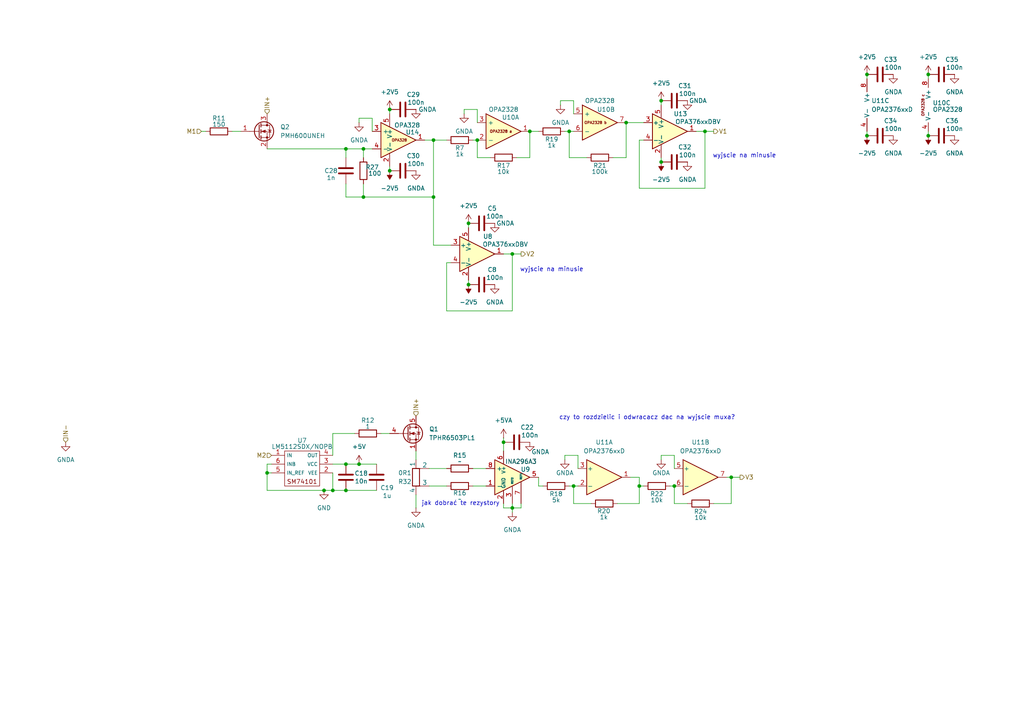
<source format=kicad_sch>
(kicad_sch (version 20231120) (generator "eeschema") (generator_version "8.0")
  (paper "A4")
  (lib_symbols
    (symbol "Amplifier_Operational:OPA2376xxD" (pin_names (offset 0.127))
      (property "Reference" "U" (at 0 5.08 0))
      (property "Value" "OPA2376xxD" (at 0 -5.08 0))
      (symbol "OPA2376xxD_1_1"
        (polyline (pts (xy -5.08 5.08) (xy 5.08 0) (xy -5.08 -5.08) (xy -5.08 5.08)) (stroke (width 0.254)) (fill (type background)))
        (pin output line (at 7.62 0 180) (length 2.54) (name "~") (number "1"))
        (pin input line (at -7.62 -2.54 0) (length 2.54) (name "-") (number "2"))
        (pin input line (at -7.62 2.54 0) (length 2.54) (name "+") (number "3"))
      )
      (symbol "OPA2376xxD_2_1"
        (polyline (pts (xy -5.08 5.08) (xy 5.08 0) (xy -5.08 -5.08) (xy -5.08 5.08)) (stroke (width 0.254)) (fill (type background)))
        (pin input line (at -7.62 2.54 0) (length 2.54) (name "+") (number "5"))
        (pin input line (at -7.62 -2.54 0) (length 2.54) (name "-") (number "6"))
        (pin output line (at 7.62 0 180) (length 2.54) (name "~") (number "7"))
      )
      (symbol "OPA2376xxD_3_1"
        (pin power_in line (at -2.54 -7.62 90) (length 3.81) (name "V-") (number "4"))
        (pin power_in line (at -2.54 7.62 270) (length 3.81) (name "V+") (number "8"))
      )
    )
    (symbol "Amplifier_Operational:OPA376xxDBV" (pin_names (offset 0.127))
      (property "Reference" "U" (at -1.27 6.35 0))
      (property "Value" "OPA376xxDBV" (at -1.27 3.81 0))
      (symbol "OPA376xxDBV_0_1"
        (polyline (pts (xy -5.08 5.08) (xy 5.08 0) (xy -5.08 -5.08) (xy -5.08 5.08)) (stroke (width 0.254)) (fill (type background)))
        (pin power_in line (at -2.54 -7.62 90) (length 3.81) (name "V-") (number "2"))
        (pin power_in line (at -2.54 7.62 270) (length 3.81) (name "V+") (number "5"))
      )
      (symbol "OPA376xxDBV_1_1"
        (pin output line (at 7.62 0 180) (length 2.54) (name "~") (number "1"))
        (pin input line (at -7.62 2.54 0) (length 2.54) (name "+") (number "3"))
        (pin input line (at -7.62 -2.54 0) (length 2.54) (name "-") (number "4"))
      )
    )
    (symbol "Device:C" (pin_numbers hide) (pin_names (offset 0.254))
      (property "Reference" "C" (at 0.635 2.54 0))
      (property "Value" "C" (at 0.635 -2.54 0))
      (symbol "C_0_1"
        (polyline (pts (xy -2.032 -0.762) (xy 2.032 -0.762)) (stroke (width 0.508)))
        (polyline (pts (xy -2.032 0.762) (xy 2.032 0.762)) (stroke (width 0.508)))
      )
      (symbol "C_1_1"
        (pin passive line (at 0 3.81 270) (length 2.794) (name "~") (number "1"))
        (pin passive line (at 0 -3.81 90) (length 2.794) (name "~") (number "2"))
      )
    )
    (symbol "Device:Q_NMOS_GSD" (pin_names (offset 0) hide)
      (property "Reference" "Q" (at 5.08 1.27 0))
      (property "Value" "Q_NMOS_GSD" (at 5.08 -1.27 0))
      (symbol "Q_NMOS_GSD_0_1"
        (polyline (pts (xy 0.254 0) (xy -2.54 0)))
        (polyline (pts (xy 0.254 1.905) (xy 0.254 -1.905)) (stroke (width 0.254)))
        (polyline (pts (xy 0.762 -1.27) (xy 0.762 -2.286)) (stroke (width 0.254)))
        (polyline (pts (xy 0.762 0.508) (xy 0.762 -0.508)) (stroke (width 0.254)))
        (polyline (pts (xy 0.762 2.286) (xy 0.762 1.27)) (stroke (width 0.254)))
        (polyline (pts (xy 2.54 2.54) (xy 2.54 1.778)))
        (polyline (pts (xy 2.54 -2.54) (xy 2.54 0) (xy 0.762 0)))
        (polyline (pts (xy 0.762 -1.778) (xy 3.302 -1.778) (xy 3.302 1.778) (xy 0.762 1.778)))
        (polyline (pts (xy 1.016 0) (xy 2.032 0.381) (xy 2.032 -0.381) (xy 1.016 0)) (fill (type outline)))
        (polyline (pts (xy 2.794 0.508) (xy 2.921 0.381) (xy 3.683 0.381) (xy 3.81 0.254)))
        (polyline (pts (xy 3.302 0.381) (xy 2.921 -0.254) (xy 3.683 -0.254) (xy 3.302 0.381)))
        (circle (center 1.651 0) (radius 2.794) (stroke (width 0.254)))
        (circle (center 2.54 -1.778) (radius 0.254) (fill (type outline)))
        (circle (center 2.54 1.778) (radius 0.254) (fill (type outline)))
      )
      (symbol "Q_NMOS_GSD_1_1"
        (pin input line (at -5.08 0 0) (length 2.54) (name "G") (number "1"))
        (pin passive line (at 2.54 -5.08 90) (length 2.54) (name "S") (number "2"))
        (pin passive line (at 2.54 5.08 270) (length 2.54) (name "D") (number "3"))
      )
    )
    (symbol "Device:R" (pin_numbers hide) (pin_names (offset 0))
      (property "Reference" "R" (at 2.032 0 90))
      (property "Value" "R" (at 0 0 90))
      (symbol "R_0_1"
        (rectangle (start -1.016 -2.54) (end 1.016 2.54) (stroke (width 0.254)))
      )
      (symbol "R_1_1"
        (pin passive line (at 0 3.81 270) (length 1.27) (name "~") (number "1"))
        (pin passive line (at 0 -3.81 90) (length 1.27) (name "~") (number "2"))
      )
    )
    (symbol "Device:R_Shunt" (pin_numbers hide) (pin_names (offset 0))
      (property "Reference" "R" (at -4.445 0 90))
      (property "Value" "R_Shunt" (at -2.54 0 90))
      (symbol "R_Shunt_0_1"
        (rectangle (start -1.016 -2.54) (end 1.016 2.54) (stroke (width 0.254)))
        (polyline (pts (xy 0 -2.54) (xy 1.27 -2.54)))
        (polyline (pts (xy 1.27 2.54) (xy 0 2.54)))
      )
      (symbol "R_Shunt_1_1"
        (pin passive line (at 0 5.08 270) (length 2.54) (name "1") (number "1"))
        (pin passive line (at 3.81 2.54 180) (length 2.54) (name "2") (number "2"))
        (pin passive line (at 3.81 -2.54 180) (length 2.54) (name "3") (number "3"))
        (pin passive line (at 0 -5.08 90) (length 2.54) (name "4") (number "4"))
      )
    )
    (symbol "Transistor_FET:BSC028N06LS3" (pin_names hide)
      (property "Reference" "Q" (at 5.08 1.905 0))
      (property "Value" "BSC028N06LS3" (at 5.08 0 0))
      (symbol "BSC028N06LS3_0_1"
        (polyline (pts (xy 0.254 0) (xy -2.54 0)))
        (polyline (pts (xy 0.254 1.905) (xy 0.254 -1.905)) (stroke (width 0.254)))
        (polyline (pts (xy 0.762 -1.27) (xy 0.762 -2.286)) (stroke (width 0.254)))
        (polyline (pts (xy 0.762 0.508) (xy 0.762 -0.508)) (stroke (width 0.254)))
        (polyline (pts (xy 0.762 2.286) (xy 0.762 1.27)) (stroke (width 0.254)))
        (polyline (pts (xy 2.54 2.54) (xy 2.54 1.778)))
        (polyline (pts (xy 2.54 -2.54) (xy 2.54 0) (xy 0.762 0)))
        (polyline (pts (xy 0.762 -1.778) (xy 3.302 -1.778) (xy 3.302 1.778) (xy 0.762 1.778)))
        (polyline (pts (xy 1.016 0) (xy 2.032 0.381) (xy 2.032 -0.381) (xy 1.016 0)) (fill (type outline)))
        (polyline (pts (xy 2.794 0.508) (xy 2.921 0.381) (xy 3.683 0.381) (xy 3.81 0.254)))
        (polyline (pts (xy 3.302 0.381) (xy 2.921 -0.254) (xy 3.683 -0.254) (xy 3.302 0.381)))
        (circle (center 1.651 0) (radius 2.794) (stroke (width 0.254)))
        (circle (center 2.54 -1.778) (radius 0.254) (fill (type outline)))
        (circle (center 2.54 1.778) (radius 0.254) (fill (type outline)))
      )
      (symbol "BSC028N06LS3_1_1"
        (pin passive line (at 2.54 -5.08 90) (length 2.54) (name "S") (number "1"))
        (pin passive line (at 2.54 -5.08 90) (length 2.54) hide (name "S") (number "2"))
        (pin passive line (at 2.54 -5.08 90) (length 2.54) hide (name "S") (number "3"))
        (pin passive line (at -5.08 0 0) (length 2.54) (name "G") (number "4"))
        (pin passive line (at 2.54 5.08 270) (length 2.54) (name "D") (number "5"))
      )
    )
    (symbol "power:+2V5" (power) (pin_numbers hide) (pin_names (offset 0) hide)
      (property "Value" "+2V5" (at 0 3.556 0))
      (symbol "+2V5_0_1"
        (polyline (pts (xy -0.762 1.27) (xy 0 2.54)))
        (polyline (pts (xy 0 0) (xy 0 2.54)))
        (polyline (pts (xy 0 2.54) (xy 0.762 1.27)))
      )
      (symbol "+2V5_1_1"
        (pin power_in line (at 0 0 90) (length 0) (name "~") (number "1"))
      )
    )
    (symbol "power:+5V" (power) (pin_numbers hide) (pin_names (offset 0) hide)
      (property "Value" "+5V" (at 0 3.556 0))
      (symbol "+5V_0_1"
        (polyline (pts (xy -0.762 1.27) (xy 0 2.54)))
        (polyline (pts (xy 0 0) (xy 0 2.54)))
        (polyline (pts (xy 0 2.54) (xy 0.762 1.27)))
      )
      (symbol "+5V_1_1"
        (pin power_in line (at 0 0 90) (length 0) (name "~") (number "1"))
      )
    )
    (symbol "power:+5VA" (power) (pin_numbers hide) (pin_names (offset 0) hide)
      (property "Value" "+5VA" (at 0 3.556 0))
      (symbol "+5VA_0_1"
        (polyline (pts (xy -0.762 1.27) (xy 0 2.54)))
        (polyline (pts (xy 0 0) (xy 0 2.54)))
        (polyline (pts (xy 0 2.54) (xy 0.762 1.27)))
      )
      (symbol "+5VA_1_1"
        (pin power_in line (at 0 0 90) (length 0) (name "~") (number "1"))
      )
    )
    (symbol "power:-2V5" (power) (pin_numbers hide) (pin_names (offset 0) hide)
      (property "Value" "-2V5" (at 0 3.556 0))
      (symbol "-2V5_0_0"
        (pin power_in line (at 0 0 90) (length 0) (name "~") (number "1"))
      )
      (symbol "-2V5_0_1"
        (polyline (pts (xy 0 0) (xy 0 1.27) (xy 0.762 1.27) (xy 0 2.54) (xy -0.762 1.27) (xy 0 1.27)) (fill (type outline)))
      )
    )
    (symbol "power:GND" (power) (pin_numbers hide) (pin_names (offset 0) hide)
      (property "Value" "GND" (at 0 -3.81 0))
      (symbol "GND_0_1"
        (polyline (pts (xy 0 0) (xy 0 -1.27) (xy 1.27 -1.27) (xy 0 -2.54) (xy -1.27 -1.27) (xy 0 -1.27)))
      )
      (symbol "GND_1_1"
        (pin power_in line (at 0 0 270) (length 0) (name "~") (number "1"))
      )
    )
    (symbol "power:GND1" (power) (pin_numbers hide) (pin_names (offset 0) hide)
      (property "Value" "GND1" (at 0 -3.81 0))
      (symbol "GND1_0_1"
        (polyline (pts (xy 0 0) (xy 0 -1.27) (xy 1.27 -1.27) (xy 0 -2.54) (xy -1.27 -1.27) (xy 0 -1.27)))
      )
      (symbol "GND1_1_1"
        (pin power_in line (at 0 0 270) (length 0) (name "~") (number "1"))
      )
    )
    (symbol "własna:INA296A3"
      (property "Reference" "U" (at 0 1.524 0))
      (symbol "INA296A3_0_1"
        (polyline (pts (xy 6.35 -5.08) (xy -3.81 0) (xy -3.81 -10.16) (xy 6.35 -5.08)) (stroke (width 0.254)) (fill (type background)))
      )
      (symbol "INA296A3_1_1"
        (text "INA296A3" (at 3.81 -0.508 0) (effects (font (size 1.27 1.27))))
        (pin input line (at -6.35 -7.62 0) (length 2.54) (name "-") (number "1"))
        (pin power_in line (at -1.27 -12.7 90) (length 3.81) (name "GND") (number "2"))
        (pin passive line (at 1.27 -12.7 90) (length 5.08) (name "REF2") (number "3"))
        (pin passive line (at -1.27 -12.7 90) (length 3.81) hide (name "GND") (number "4"))
        (pin output line (at 8.89 -5.08 180) (length 2.54) (name "~") (number "5"))
        (pin power_in line (at -1.27 2.54 270) (length 3.81) (name "V+") (number "6"))
        (pin passive line (at 3.81 -12.7 90) (length 6.35) (name "REF1") (number "7"))
        (pin input line (at -6.35 -2.54 0) (length 2.54) (name "+") (number "8"))
      )
    )
    (symbol "własna:OPA2328"
      (property "Reference" "U" (at 0 0 0))
      (symbol "OPA2328_1_1"
        (polyline (pts (xy -5.08 1.27) (xy 5.08 -3.81) (xy -5.08 -8.89) (xy -5.08 1.27)) (stroke (width 0.254)) (fill (type background)))
        (text "OPA2328 a" (at -0.762 -3.81 0) (effects (font (size 0.762 0.762))))
        (pin output line (at 7.62 -3.81 180) (length 2.54) (name "~") (number "1"))
        (pin input line (at -7.62 -6.35 0) (length 2.54) (name "-") (number "2"))
        (pin input line (at -7.62 -1.27 0) (length 2.54) (name "+") (number "3"))
      )
      (symbol "OPA2328_2_1"
        (polyline (pts (xy -5.08 1.27) (xy 5.08 -3.81) (xy -5.08 -8.89) (xy -5.08 1.27)) (stroke (width 0.254)) (fill (type background)))
        (text "OPA2328 b\n" (at -1.27 -3.81 0) (effects (font (size 0.762 0.762))))
        (pin input line (at -7.62 -1.27 0) (length 2.54) (name "+") (number "5"))
        (pin input line (at -7.62 -6.35 0) (length 2.54) (name "-") (number "6"))
        (pin output line (at 7.62 -3.81 180) (length 2.54) (name "~") (number "7"))
      )
      (symbol "OPA2328_3_1"
        (text "OPA2328 c\n" (at -1.524 0 900) (effects (font (size 0.762 0.762))))
        (pin power_in line (at 0 -7.62 90) (length 2.54) (name "V-") (number "4"))
        (pin power_in line (at 0 7.62 270) (length 2.54) (name "V+") (number "8"))
      )
    )
    (symbol "własna:OPA328"
      (property "Reference" "U" (at 0 -3.81 0))
      (symbol "OPA328_0_1"
        (polyline (pts (xy -5.08 -2.54) (xy 5.08 -7.62) (xy -5.08 -12.7) (xy -5.08 -2.54)) (stroke (width 0.254)) (fill (type background)))
      )
      (symbol "OPA328_1_1"
        (text "OPA328" (at 0.254 -7.62 0) (effects (font (size 0.762 0.762))))
        (pin output line (at 7.62 -7.62 180) (length 2.54) (name "~") (number "1"))
        (pin power_in line (at -2.54 -15.24 90) (length 3.81) (name "V-") (number "2"))
        (pin input line (at -7.62 -5.08 0) (length 2.54) (name "+") (number "3"))
        (pin input line (at -7.62 -10.16 0) (length 2.54) (name "-") (number "4"))
        (pin power_in line (at -2.54 0 270) (length 3.81) (name "V+") (number "5"))
      )
    )
    (symbol "własna:SM74101"
      (property "Reference" "U" (at 0 1.016 0))
      (symbol "SM74101_0_1"
        (rectangle (start -5.08 0) (end 5.08 -10.16))
      )
      (symbol "SM74101_1_1"
        (text "SM74101\n" (at 0 -8.89 0) (effects (font (size 1.27 1.27))))
        (pin input line (at -8.89 -1.27 0) (length 3.81) (name "IN") (number "1"))
        (pin power_in line (at 8.89 -6.35 180) (length 3.81) (name "VEE") (number "2"))
        (pin power_in line (at 8.89 -3.81 180) (length 3.81) (name "VCC") (number "3"))
        (pin output line (at 8.89 -1.27 180) (length 3.81) (name "OUT") (number "4"))
        (pin input line (at -8.89 -6.35 0) (length 3.81) (name "IN_REF") (number "5"))
        (pin input line (at -8.89 -3.81 0) (length 3.81) (name "INB") (number "6"))
      )
    )
  )
  (junction (at 135.89 64.77))
  (junction (at 191.77 46.99))
  (junction (at 113.03 49.53))
  (junction (at 166.37 140.97))
  (junction (at 104.14 134.62))
  (junction (at 125.73 40.64))
  (junction (at 204.47 38.1))
  (junction (at 113.03 31.75))
  (junction (at 96.52 142.24))
  (junction (at 269.24 21.59))
  (junction (at 153.67 38.1))
  (junction (at 148.59 147.32))
  (junction (at 146.05 128.27))
  (junction (at 100.33 43.18))
  (junction (at 93.98 142.24))
  (junction (at 165.1 38.1))
  (junction (at 181.61 35.56))
  (junction (at 77.47 137.16))
  (junction (at 105.41 57.15))
  (junction (at 251.46 39.37))
  (junction (at 212.09 138.43))
  (junction (at 100.33 134.62))
  (junction (at 251.46 21.59))
  (junction (at 138.43 40.64))
  (junction (at 269.24 39.37))
  (junction (at 195.58 140.97))
  (junction (at 135.89 82.55))
  (junction (at 105.41 43.18))
  (junction (at 100.33 142.24))
  (junction (at 125.73 57.15))
  (junction (at 185.42 140.97))
  (junction (at 191.77 29.21))
  (junction (at 148.59 73.66))
  (wire (pts (xy 130.81 76.2) (xy 129.54 76.2)))
  (wire (pts (xy 105.41 53.34) (xy 105.41 57.15)))
  (wire (pts (xy 100.33 43.18) (xy 105.41 43.18)))
  (wire (pts (xy 185.42 40.64) (xy 185.42 54.61)))
  (wire (pts (xy 100.33 53.34) (xy 100.33 57.15)))
  (wire (pts (xy 185.42 146.05) (xy 185.42 140.97)))
  (wire (pts (xy 134.62 31.75) (xy 138.43 31.75)))
  (wire (pts (xy 162.56 29.21) (xy 162.56 30.48)))
  (wire (pts (xy 163.83 38.1) (xy 165.1 38.1)))
  (wire (pts (xy 77.47 137.16) (xy 78.74 137.16)))
  (wire (pts (xy 129.54 76.2) (xy 129.54 90.17)))
  (wire (pts (xy 96.52 134.62) (xy 100.33 134.62)))
  (wire (pts (xy 151.13 147.32) (xy 148.59 147.32)))
  (wire (pts (xy 191.77 46.99) (xy 191.77 45.72)))
  (wire (pts (xy 113.03 49.53) (xy 113.03 48.26)))
  (wire (pts (xy 185.42 140.97) (xy 185.42 138.43)))
  (wire (pts (xy 110.49 125.73) (xy 113.03 125.73)))
  (wire (pts (xy 124.46 135.89) (xy 129.54 135.89)))
  (wire (pts (xy 105.41 57.15) (xy 125.73 57.15)))
  (wire (pts (xy 77.47 134.62) (xy 78.74 134.62)))
  (wire (pts (xy 146.05 146.05) (xy 146.05 147.32)))
  (wire (pts (xy 120.65 130.81) (xy 120.65 133.35)))
  (wire (pts (xy 157.48 140.97) (xy 156.21 140.97)))
  (wire (pts (xy 181.61 35.56) (xy 181.61 45.72)))
  (wire (pts (xy 104.14 134.62) (xy 109.22 134.62)))
  (wire (pts (xy 135.89 64.77) (xy 135.89 66.04)))
  (wire (pts (xy 107.95 34.29) (xy 107.95 38.1)))
  (wire (pts (xy 191.77 132.08) (xy 191.77 133.35)))
  (wire (pts (xy 195.58 140.97) (xy 195.58 146.05)))
  (wire (pts (xy 93.98 142.24) (xy 77.47 142.24)))
  (wire (pts (xy 138.43 45.72) (xy 138.43 40.64)))
  (wire (pts (xy 167.64 140.97) (xy 166.37 140.97)))
  (wire (pts (xy 194.31 140.97) (xy 195.58 140.97)))
  (wire (pts (xy 120.65 147.32) (xy 120.65 143.51)))
  (wire (pts (xy 107.95 43.18) (xy 105.41 43.18)))
  (wire (pts (xy 191.77 132.08) (xy 195.58 132.08)))
  (wire (pts (xy 96.52 142.24) (xy 100.33 142.24)))
  (wire (pts (xy 104.14 34.29) (xy 104.14 35.56)))
  (wire (pts (xy 125.73 71.12) (xy 130.81 71.12)))
  (wire (pts (xy 142.24 45.72) (xy 138.43 45.72)))
  (wire (pts (xy 135.89 82.55) (xy 135.89 81.28)))
  (wire (pts (xy 212.09 138.43) (xy 214.63 138.43)))
  (wire (pts (xy 162.56 29.21) (xy 166.37 29.21)))
  (wire (pts (xy 140.97 135.89) (xy 137.16 135.89)))
  (wire (pts (xy 100.33 142.24) (xy 109.22 142.24)))
  (wire (pts (xy 186.69 140.97) (xy 185.42 140.97)))
  (wire (pts (xy 148.59 146.05) (xy 148.59 147.32)))
  (wire (pts (xy 191.77 29.21) (xy 191.77 30.48)))
  (wire (pts (xy 251.46 39.37) (xy 251.46 38.1)))
  (wire (pts (xy 146.05 147.32) (xy 148.59 147.32)))
  (wire (pts (xy 129.54 90.17) (xy 148.59 90.17)))
  (wire (pts (xy 153.67 38.1) (xy 156.21 38.1)))
  (wire (pts (xy 185.42 54.61) (xy 204.47 54.61)))
  (wire (pts (xy 96.52 137.16) (xy 96.52 142.24)))
  (wire (pts (xy 105.41 43.18) (xy 105.41 45.72)))
  (wire (pts (xy 100.33 57.15) (xy 105.41 57.15)))
  (wire (pts (xy 195.58 146.05) (xy 199.39 146.05)))
  (wire (pts (xy 77.47 137.16) (xy 77.47 134.62)))
  (wire (pts (xy 204.47 54.61) (xy 204.47 38.1)))
  (wire (pts (xy 195.58 132.08) (xy 195.58 135.89)))
  (wire (pts (xy 148.59 73.66) (xy 151.13 73.66)))
  (wire (pts (xy 166.37 29.21) (xy 166.37 33.02)))
  (wire (pts (xy 166.37 140.97) (xy 165.1 140.97)))
  (wire (pts (xy 269.24 21.59) (xy 269.24 22.86)))
  (wire (pts (xy 156.21 140.97) (xy 156.21 138.43)))
  (wire (pts (xy 269.24 39.37) (xy 269.24 38.1)))
  (wire (pts (xy 134.62 31.75) (xy 134.62 33.02)))
  (wire (pts (xy 138.43 31.75) (xy 138.43 35.56)))
  (wire (pts (xy 113.03 31.75) (xy 113.03 33.02)))
  (wire (pts (xy 67.31 38.1) (xy 69.85 38.1)))
  (wire (pts (xy 137.16 40.64) (xy 138.43 40.64)))
  (wire (pts (xy 167.64 135.89) (xy 167.64 132.08)))
  (wire (pts (xy 165.1 38.1) (xy 166.37 38.1)))
  (wire (pts (xy 204.47 38.1) (xy 207.01 38.1)))
  (wire (pts (xy 100.33 43.18) (xy 100.33 45.72)))
  (wire (pts (xy 186.69 40.64) (xy 185.42 40.64)))
  (wire (pts (xy 165.1 45.72) (xy 170.18 45.72)))
  (wire (pts (xy 204.47 38.1) (xy 201.93 38.1)))
  (wire (pts (xy 77.47 43.18) (xy 100.33 43.18)))
  (wire (pts (xy 181.61 35.56) (xy 186.69 35.56)))
  (wire (pts (xy 185.42 138.43) (xy 182.88 138.43)))
  (wire (pts (xy 148.59 73.66) (xy 146.05 73.66)))
  (wire (pts (xy 96.52 125.73) (xy 102.87 125.73)))
  (wire (pts (xy 96.52 132.08) (xy 96.52 125.73)))
  (wire (pts (xy 171.45 146.05) (xy 166.37 146.05)))
  (wire (pts (xy 251.46 21.59) (xy 251.46 22.86)))
  (wire (pts (xy 77.47 142.24) (xy 77.47 137.16)))
  (wire (pts (xy 104.14 34.29) (xy 107.95 34.29)))
  (wire (pts (xy 153.67 45.72) (xy 149.86 45.72)))
  (wire (pts (xy 58.42 38.1) (xy 59.69 38.1)))
  (wire (pts (xy 166.37 140.97) (xy 166.37 146.05)))
  (wire (pts (xy 177.8 45.72) (xy 181.61 45.72)))
  (wire (pts (xy 93.98 142.24) (xy 96.52 142.24)))
  (wire (pts (xy 100.33 134.62) (xy 104.14 134.62)))
  (wire (pts (xy 124.46 140.97) (xy 129.54 140.97)))
  (wire (pts (xy 207.01 146.05) (xy 212.09 146.05)))
  (wire (pts (xy 125.73 40.64) (xy 129.54 40.64)))
  (wire (pts (xy 167.64 132.08) (xy 163.83 132.08)))
  (wire (pts (xy 125.73 40.64) (xy 123.19 40.64)))
  (wire (pts (xy 212.09 146.05) (xy 212.09 138.43)))
  (wire (pts (xy 210.82 138.43) (xy 212.09 138.43)))
  (wire (pts (xy 140.97 140.97) (xy 137.16 140.97)))
  (wire (pts (xy 165.1 38.1) (xy 165.1 45.72)))
  (wire (pts (xy 125.73 57.15) (xy 125.73 40.64)))
  (wire (pts (xy 151.13 146.05) (xy 151.13 147.32)))
  (wire (pts (xy 148.59 147.32) (xy 148.59 148.59)))
  (wire (pts (xy 179.07 146.05) (xy 185.42 146.05)))
  (wire (pts (xy 146.05 127) (xy 146.05 128.27)))
  (wire (pts (xy 146.05 128.27) (xy 146.05 130.81)))
  (wire (pts (xy 153.67 38.1) (xy 153.67 45.72)))
  (wire (pts (xy 125.73 57.15) (xy 125.73 71.12)))
  (wire (pts (xy 163.83 132.08) (xy 163.83 133.35)))
  (wire (pts (xy 148.59 90.17) (xy 148.59 73.66)))
  (text "czy to rozdzielic i odwracacz dac na wyjscie muxa?\n" (at 187.706 121.158 0) (effects (font (size 1.27 1.27))))
  (text "jak dobrać te rezystory" (at 133.604 146.05 0) (effects (font (size 1.27 1.27))))
  (text "wyjscie na minusie" (at 160.02 78.232 0) (effects (font (size 1.27 1.27))))
  (text "wyjscie na minusie" (at 215.9 45.212 0) (effects (font (size 1.27 1.27))))
  (hierarchical_label "IN-" (shape input) (at 19.05 128.27 90))
  (hierarchical_label "M1" (shape input) (at 58.42 38.1 180))
  (hierarchical_label "V2" (shape output) (at 151.13 73.66 0))
  (hierarchical_label "IN+" (shape input) (at 77.47 33.02 90))
  (hierarchical_label "V1" (shape output) (at 207.01 38.1 0))
  (hierarchical_label "IN+" (shape input) (at 120.65 120.65 90))
  (hierarchical_label "M2" (shape input) (at 78.74 132.08 180))
  (hierarchical_label "V3" (shape output) (at 214.63 138.43 0))
  (symbol (lib_id "power:GND1") (at 143.51 82.55 0) (unit 1)
    (property "Reference" "#PWR046" (effects (hide yes)))
    (property "Value" "GNDA" (at 143.51 87.63 0))
    (property "Description" "Power symbol creates a global label with name \"GND1\" , ground" (effects (hide yes)))
  )
  (symbol (lib_id "Device:R") (at 63.5 38.1 270) (unit 1)
    (property "Reference" "R11" (at 63.5 34.29 90))
    (property "Value" "150" (at 63.5 36.068 90))
    (property "Footprint" "Resistor_SMD:R_0805_2012Metric_Pad1.20x1.40mm_HandSolder" (effects (hide yes)))
    (property "Description" "Resistor" (effects (hide yes)))
  )
  (symbol (lib_id "własna:OPA2328") (at 146.05 34.29 0) (unit 1)
    (property "Reference" "U10" (at 148.082 34.036 0))
    (property "Value" "OPA2328" (at 146.05 31.75 0))
    (property "Footprint" "Package_SO:VSSOP-8_3.0x3.0mm_P0.65mm" (effects (hide yes)))
  )
  (symbol (lib_id "power:-2V5") (at 135.89 82.55 180) (unit 1)
    (property "Reference" "#PWR035" (effects (hide yes)))
    (property "Value" "-2V5" (at 135.89 87.63 0))
    (property "Description" "Power symbol creates a global label with name \"-2V5\"" (effects (hide yes)))
  )
  (symbol (lib_id "power:GND1") (at 199.39 29.21 0) (unit 1)
    (property "Reference" "#PWR060" (effects (hide yes)))
    (property "Value" "GNDA" (at 202.438 29.21 0))
    (property "Description" "Power symbol creates a global label with name \"GND1\" , ground" (effects (hide yes)))
  )
  (symbol (lib_id "własna:INA296A3") (at 147.32 133.35 0) (unit 1)
    (property "Reference" "U9" (at 152.4 136.144 0))
    (property "Value" "INA296A3" (at 151.13 133.858 0))
    (property "Footprint" "Package_SO:SOIC-8_3.9x4.9mm_P1.27mm" (effects (hide yes)))
  )
  (symbol (lib_id "power:GND") (at 93.98 142.24 0) (unit 1)
    (property "Reference" "#PWR031" (effects (hide yes)))
    (property "Value" "GND" (at 93.98 147.32 0))
    (property "Description" "Power symbol creates a global label with name \"GND\" , ground" (effects (hide yes)))
  )
  (symbol (lib_id "power:GND1") (at 259.08 39.37 0) (unit 1)
    (property "Reference" "#PWR065" (effects (hide yes)))
    (property "Value" "GNDA" (at 259.08 44.45 0))
    (property "Description" "Power symbol creates a global label with name \"GND1\" , ground" (effects (hide yes)))
  )
  (symbol (lib_id "własna:SM74101") (at 87.63 130.81 0) (unit 1)
    (property "Reference" "U7" (at 87.63 127.762 0))
    (property "Value" "LM5112SDX/NOPB" (at 87.63 129.54 0))
    (property "Footprint" "Library:WSON" (effects (hide yes)))
  )
  (symbol (lib_id "Device:C") (at 195.58 46.99 90) (unit 1)
    (property "Reference" "C32" (at 198.628 42.672 90))
    (property "Value" "100n" (at 199.39 44.958 90))
    (property "Footprint" "Capacitor_SMD:C_0805_2012Metric_Pad1.18x1.45mm_HandSolder" (effects (hide yes)))
    (property "Description" "Unpolarized capacitor" (effects (hide yes)))
  )
  (symbol (lib_id "power:GND1") (at 19.05 128.27 0) (unit 1)
    (property "Reference" "#PWR043" (effects (hide yes)))
    (property "Value" "GNDA" (at 19.05 133.35 0))
    (property "Description" "Power symbol creates a global label with name \"GND1\" , ground" (effects (hide yes)))
  )
  (symbol (lib_id "power:-2V5") (at 113.03 49.53 180) (unit 1)
    (property "Reference" "#PWR055" (effects (hide yes)))
    (property "Value" "-2V5" (at 113.03 54.61 0))
    (property "Description" "Power symbol creates a global label with name \"-2V5\"" (effects (hide yes)))
  )
  (symbol (lib_id "Transistor_FET:BSC028N06LS3") (at 118.11 125.73 0) (unit 1)
    (property "Reference" "Q1" (at 124.46 124.4599 0) (effects (justify left)))
    (property "Value" "TPHR6503PL1" (at 124.46 126.9999 0) (effects (justify left)))
    (property "Footprint" "Package_TO_SOT_SMD:TDSON-8-1" (effects (hide yes)))
  )
  (symbol (lib_id "power:+2V5") (at 269.24 21.59 0) (unit 1)
    (property "Reference" "#PWR066" (effects (hide yes)))
    (property "Value" "+2V5" (at 269.24 16.51 0))
    (property "Description" "Power symbol creates a global label with name \"+2V5\"" (effects (hide yes)))
  )
  (symbol (lib_id "Device:C") (at 100.33 49.53 180) (unit 1)
    (property "Reference" "C28" (at 96.012 49.53 0))
    (property "Value" "1n" (at 96.012 51.562 0))
    (property "Footprint" "Capacitor_SMD:C_0805_2012Metric_Pad1.18x1.45mm_HandSolder" (effects (hide yes)))
    (property "Description" "Unpolarized capacitor" (effects (hide yes)))
  )
  (symbol (lib_id "Amplifier_Operational:OPA2376xxD") (at 203.2 138.43 0) (unit 2)
    (property "Reference" "U11" (at 203.2 128.27 0))
    (property "Value" "OPA2376xxD" (at 203.2 130.81 0))
    (property "Footprint" "Package_SO:SOIC-8_3.9x4.9mm_P1.27mm" (effects (hide yes)))
    (property "Datasheet" "http://www.ti.com/lit/ds/symlink/opa376.pdf" (effects (hide yes)))
    (property "Description" "Dual Low-Noise, Low Quiescent Current, Precision Operational Amplifier e-trim Series, SOIC-8" (effects (hide yes)))
  )
  (symbol (lib_id "Device:R") (at 203.2 146.05 90) (unit 1)
    (property "Reference" "R24" (at 203.2 148.336 90))
    (property "Value" "10k" (at 203.2 150.114 90))
    (property "Footprint" "Resistor_SMD:R_0805_2012Metric_Pad1.20x1.40mm_HandSolder" (effects (hide yes)))
    (property "Description" "Resistor" (effects (hide yes)))
  )
  (symbol (lib_id "power:+5VA") (at 146.05 127 0) (unit 1)
    (property "Reference" "#PWR038" (effects (hide yes)))
    (property "Value" "+5VA" (at 146.05 121.92 0))
    (property "Description" "Power symbol creates a global label with name \"+5VA\"" (effects (hide yes)))
  )
  (symbol (lib_id "power:-2V5") (at 269.24 39.37 180) (unit 1)
    (property "Reference" "#PWR067" (effects (hide yes)))
    (property "Value" "-2V5" (at 269.24 44.45 0))
    (property "Description" "Power symbol creates a global label with name \"-2V5\"" (effects (hide yes)))
  )
  (symbol (lib_id "power:GND1") (at 120.65 147.32 0) (unit 1)
    (property "Reference" "#PWR030" (effects (hide yes)))
    (property "Value" "GNDA" (at 120.65 152.4 0))
    (property "Description" "Power symbol creates a global label with name \"GND1\" , ground" (effects (hide yes)))
  )
  (symbol (lib_id "power:GND1") (at 120.65 49.53 0) (unit 1)
    (property "Reference" "#PWR057" (effects (hide yes)))
    (property "Value" "GNDA" (at 120.65 54.61 0))
    (property "Description" "Power symbol creates a global label with name \"GND1\" , ground" (effects (hide yes)))
  )
  (symbol (lib_id "Device:C") (at 195.58 29.21 90) (unit 1)
    (property "Reference" "C31" (at 198.628 24.892 90))
    (property "Value" "100n" (at 199.39 27.178 90))
    (property "Footprint" "Capacitor_SMD:C_0805_2012Metric_Pad1.18x1.45mm_HandSolder" (effects (hide yes)))
    (property "Description" "Unpolarized capacitor" (effects (hide yes)))
  )
  (symbol (lib_id "power:GND1") (at 134.62 33.02 0) (unit 1)
    (property "Reference" "#PWR036" (effects (hide yes)))
    (property "Value" "GNDA" (at 134.62 38.1 0))
    (property "Description" "Power symbol creates a global label with name \"GND1\" , ground" (effects (hide yes)))
  )
  (symbol (lib_id "Device:R") (at 106.68 125.73 270) (unit 1)
    (property "Reference" "R12" (at 106.68 121.92 90))
    (property "Value" "1" (at 106.68 123.698 90))
    (property "Footprint" "Resistor_SMD:R_0805_2012Metric_Pad1.20x1.40mm_HandSolder" (effects (hide yes)))
    (property "Description" "Resistor" (effects (hide yes)))
  )
  (symbol (lib_id "Device:R") (at 190.5 140.97 90) (unit 1)
    (property "Reference" "R22" (at 190.5 143.256 90))
    (property "Value" "10k" (at 190.5 145.034 90))
    (property "Footprint" "Resistor_SMD:R_0805_2012Metric_Pad1.20x1.40mm_HandSolder" (effects (hide yes)))
    (property "Description" "Resistor" (effects (hide yes)))
  )
  (symbol (lib_id "Device:R") (at 133.35 140.97 90) (unit 1)
    (property "Reference" "R16" (at 133.35 143.002 90))
    (property "Value" "~" (at 133.35 144.78 90))
    (property "Footprint" "Resistor_SMD:R_0805_2012Metric_Pad1.20x1.40mm_HandSolder" (effects (hide yes)))
    (property "Description" "Resistor" (effects (hide yes)))
  )
  (symbol (lib_id "Device:R") (at 175.26 146.05 270) (mirror x) (unit 1)
    (property "Reference" "R20" (at 175.133 148.209 90))
    (property "Value" "1k" (at 175.133 149.987 90))
    (property "Footprint" "Resistor_SMD:R_0805_2012Metric_Pad1.20x1.40mm_HandSolder" (effects (hide yes)))
    (property "Description" "Resistor" (effects (hide yes)))
  )
  (symbol (lib_id "Device:R") (at 133.35 40.64 90) (unit 1)
    (property "Reference" "R7" (at 133.35 42.926 90))
    (property "Value" "1k" (at 133.35 44.704 90))
    (property "Footprint" "Resistor_SMD:R_0805_2012Metric_Pad1.20x1.40mm_HandSolder" (effects (hide yes)))
    (property "Description" "Resistor" (effects (hide yes)))
  )
  (symbol (lib_id "Device:C") (at 139.7 64.77 90) (unit 1)
    (property "Reference" "C5" (at 142.748 60.452 90))
    (property "Value" "100n" (at 143.51 62.738 90))
    (property "Footprint" "Capacitor_SMD:C_0805_2012Metric_Pad1.18x1.45mm_HandSolder" (effects (hide yes)))
    (property "Description" "Unpolarized capacitor" (effects (hide yes)))
  )
  (symbol (lib_id "Device:R") (at 133.35 135.89 270) (unit 1)
    (property "Reference" "R15" (at 133.35 132.08 90))
    (property "Value" "~" (at 133.35 133.858 90))
    (property "Footprint" "Resistor_SMD:R_0805_2012Metric_Pad1.20x1.40mm_HandSolder" (effects (hide yes)))
    (property "Description" "Resistor" (effects (hide yes)))
  )
  (symbol (lib_id "power:+2V5") (at 191.77 29.21 0) (unit 1)
    (property "Reference" "#PWR058" (effects (hide yes)))
    (property "Value" "+2V5" (at 191.77 24.13 0))
    (property "Description" "Power symbol creates a global label with name \"+2V5\"" (effects (hide yes)))
  )
  (symbol (lib_id "power:GND1") (at 148.59 148.59 0) (unit 1)
    (property "Reference" "#PWR040" (effects (hide yes)))
    (property "Value" "GNDA" (at 148.59 153.67 0))
    (property "Description" "Power symbol creates a global label with name \"GND1\" , ground" (effects (hide yes)))
  )
  (symbol (lib_id "Device:C") (at 139.7 82.55 90) (unit 1)
    (property "Reference" "C8" (at 142.748 78.232 90))
    (property "Value" "100n" (at 143.51 80.518 90))
    (property "Footprint" "Capacitor_SMD:C_0805_2012Metric_Pad1.18x1.45mm_HandSolder" (effects (hide yes)))
    (property "Description" "Unpolarized capacitor" (effects (hide yes)))
  )
  (symbol (lib_id "power:+2V5") (at 135.89 64.77 0) (unit 1)
    (property "Reference" "#PWR034" (effects (hide yes)))
    (property "Value" "+2V5" (at 135.89 59.69 0))
    (property "Description" "Power symbol creates a global label with name \"+2V5\"" (effects (hide yes)))
  )
  (symbol (lib_id "power:GND1") (at 163.83 133.35 0) (unit 1)
    (property "Reference" "#PWR042" (effects (hide yes)))
    (property "Value" "GNDA" (at 163.83 137.16 0))
    (property "Description" "Power symbol creates a global label with name \"GND1\" , ground" (effects (hide yes)))
  )
  (symbol (lib_id "Device:C") (at 255.27 39.37 90) (unit 1)
    (property "Reference" "C34" (at 258.318 35.052 90))
    (property "Value" "100n" (at 259.08 37.338 90))
    (property "Footprint" "Capacitor_SMD:C_0805_2012Metric_Pad1.18x1.45mm_HandSolder" (effects (hide yes)))
    (property "Description" "Unpolarized capacitor" (effects (hide yes)))
  )
  (symbol (lib_id "Amplifier_Operational:OPA2376xxD") (at 175.26 138.43 0) (unit 1)
    (property "Reference" "U11" (at 175.26 128.27 0))
    (property "Value" "OPA2376xxD" (at 175.26 130.81 0))
    (property "Footprint" "Package_SO:SOIC-8_3.9x4.9mm_P1.27mm" (effects (hide yes)))
    (property "Datasheet" "http://www.ti.com/lit/ds/symlink/opa376.pdf" (effects (hide yes)))
    (property "Description" "Dual Low-Noise, Low Quiescent Current, Precision Operational Amplifier e-trim Series, SOIC-8" (effects (hide yes)))
  )
  (symbol (lib_id "Device:R") (at 173.99 45.72 90) (unit 1)
    (property "Reference" "R21" (at 173.99 48.006 90))
    (property "Value" "100k" (at 173.99 49.784 90))
    (property "Footprint" "Resistor_SMD:R_0805_2012Metric_Pad1.20x1.40mm_HandSolder" (effects (hide yes)))
    (property "Description" "Resistor" (effects (hide yes)))
  )
  (symbol (lib_id "power:GND1") (at 191.77 133.35 0) (unit 1)
    (property "Reference" "#PWR044" (effects (hide yes)))
    (property "Value" "GNDA" (at 191.77 137.16 0))
    (property "Description" "Power symbol creates a global label with name \"GND1\" , ground" (effects (hide yes)))
  )
  (symbol (lib_id "power:+2V5") (at 113.03 31.75 0) (unit 1)
    (property "Reference" "#PWR054" (effects (hide yes)))
    (property "Value" "+2V5" (at 113.03 26.67 0))
    (property "Description" "Power symbol creates a global label with name \"+2V5\"" (effects (hide yes)))
  )
  (symbol (lib_id "Amplifier_Operational:OPA376xxDBV") (at 194.31 38.1 0) (unit 1)
    (property "Reference" "U13" (at 197.358 33.02 0))
    (property "Value" "OPA376xxDBV" (at 202.438 35.306 0))
    (property "Footprint" "Package_TO_SOT_SMD:SOT-23-5" (effects (hide yes)))
    (property "Datasheet" "http://www.ti.com/lit/ds/symlink/opa376.pdf" (effects (hide yes)))
    (property "Description" "Single Low-Noise, Low Quiescent Current, Precision Operational Amplifier e-trim Series, SOT-23-5" (effects (hide yes)))
  )
  (symbol (lib_id "power:GND1") (at 120.65 31.75 0) (unit 1)
    (property "Reference" "#PWR056" (effects (hide yes)))
    (property "Value" "GNDA" (at 123.952 31.75 0))
    (property "Description" "Power symbol creates a global label with name \"GND1\" , ground" (effects (hide yes)))
  )
  (symbol (lib_id "power:+5V") (at 104.14 134.62 0) (unit 1)
    (property "Reference" "#PWR033" (effects (hide yes)))
    (property "Value" "+5V" (at 104.14 129.54 0))
    (property "Description" "Power symbol creates a global label with name \"+5V\"" (effects (hide yes)))
  )
  (symbol (lib_id "Device:C") (at 116.84 49.53 90) (unit 1)
    (property "Reference" "C30" (at 119.888 45.212 90))
    (property "Value" "100n" (at 120.65 47.498 90))
    (property "Footprint" "Capacitor_SMD:C_0805_2012Metric_Pad1.18x1.45mm_HandSolder" (effects (hide yes)))
    (property "Description" "Unpolarized capacitor" (effects (hide yes)))
  )
  (symbol (lib_id "własna:OPA328") (at 115.57 33.02 0) (unit 1)
    (property "Reference" "U14" (at 119.634 38.354 0))
    (property "Value" "OPA328" (at 118.11 36.322 0))
    (property "Footprint" "Package_TO_SOT_SMD:SOT-23-5_HandSoldering" (effects (hide yes)))
  )
  (symbol (lib_id "Device:C") (at 255.27 21.59 90) (unit 1)
    (property "Reference" "C33" (at 258.318 17.272 90))
    (property "Value" "100n" (at 259.08 19.558 90))
    (property "Footprint" "Capacitor_SMD:C_0805_2012Metric_Pad1.18x1.45mm_HandSolder" (effects (hide yes)))
    (property "Description" "Unpolarized capacitor" (effects (hide yes)))
  )
  (symbol (lib_id "power:GND1") (at 162.56 30.48 0) (unit 1)
    (property "Reference" "#PWR039" (effects (hide yes)))
    (property "Value" "GNDA" (at 162.56 35.56 0))
    (property "Description" "Power symbol creates a global label with name \"GND1\" , ground" (effects (hide yes)))
  )
  (symbol (lib_id "Device:C") (at 109.22 138.43 0) (unit 1)
    (property "Reference" "C19" (at 112.268 141.478 0))
    (property "Value" "1u" (at 112.268 143.764 0))
    (property "Footprint" "Capacitor_SMD:C_0805_2012Metric_Pad1.18x1.45mm_HandSolder" (effects (hide yes)))
    (property "Description" "Unpolarized capacitor" (effects (hide yes)))
  )
  (symbol (lib_id "power:GND1") (at 199.39 46.99 0) (unit 1)
    (property "Reference" "#PWR061" (effects (hide yes)))
    (property "Value" "GNDA" (at 199.39 52.07 0))
    (property "Description" "Power symbol creates a global label with name \"GND1\" , ground" (effects (hide yes)))
  )
  (symbol (lib_id "Device:Q_NMOS_GSD") (at 74.93 38.1 0) (unit 1)
    (property "Reference" "Q2" (at 81.28 36.8299 0) (effects (justify left)))
    (property "Value" "PMH600UNEH" (at 81.28 39.3699 0) (effects (justify left)))
    (property "Footprint" "Library:DFN606-3" (effects (hide yes)))
    (property "Description" "N-MOSFET transistor, gate/source/drain" (effects (hide yes)))
  )
  (symbol (lib_id "power:-2V5") (at 251.46 39.37 180) (unit 1)
    (property "Reference" "#PWR063" (effects (hide yes)))
    (property "Value" "-2V5" (at 251.46 44.45 0))
    (property "Description" "Power symbol creates a global label with name \"-2V5\"" (effects (hide yes)))
  )
  (symbol (lib_id "Device:C") (at 273.05 21.59 90) (unit 1)
    (property "Reference" "C35" (at 276.098 17.272 90))
    (property "Value" "100n" (at 276.86 19.558 90))
    (property "Footprint" "Capacitor_SMD:C_0805_2012Metric_Pad1.18x1.45mm_HandSolder" (effects (hide yes)))
    (property "Description" "Unpolarized capacitor" (effects (hide yes)))
  )
  (symbol (lib_id "Device:C") (at 273.05 39.37 90) (unit 1)
    (property "Reference" "C36" (at 276.098 35.052 90))
    (property "Value" "100n" (at 276.86 37.338 90))
    (property "Footprint" "Capacitor_SMD:C_0805_2012Metric_Pad1.18x1.45mm_HandSolder" (effects (hide yes)))
    (property "Description" "Unpolarized capacitor" (effects (hide yes)))
  )
  (symbol (lib_id "Device:C") (at 149.86 128.27 90) (unit 1)
    (property "Reference" "C22" (at 152.908 123.952 90))
    (property "Value" "100n" (at 153.67 126.238 90))
    (property "Footprint" "Capacitor_SMD:C_0805_2012Metric_Pad1.18x1.45mm_HandSolder" (effects (hide yes)))
    (property "Description" "Unpolarized capacitor" (effects (hide yes)))
  )
  (symbol (lib_id "power:+2V5") (at 251.46 21.59 0) (unit 1)
    (property "Reference" "#PWR062" (effects (hide yes)))
    (property "Value" "+2V5" (at 251.46 16.51 0))
    (property "Description" "Power symbol creates a global label with name \"+2V5\"" (effects (hide yes)))
  )
  (symbol (lib_id "Device:R") (at 161.29 140.97 90) (unit 1)
    (property "Reference" "R18" (at 161.29 143.256 90))
    (property "Value" "5k" (at 161.29 145.034 90))
    (property "Footprint" "Resistor_SMD:R_0805_2012Metric_Pad1.20x1.40mm_HandSolder" (effects (hide yes)))
    (property "Description" "Resistor" (effects (hide yes)))
  )
  (symbol (lib_id "power:GND1") (at 153.67 128.27 0) (unit 1)
    (property "Reference" "#PWR041" (effects (hide yes)))
    (property "Value" "GNDA" (at 156.718 131.064 0))
    (property "Description" "Power symbol creates a global label with name \"GND1\" , ground" (effects (hide yes)))
  )
  (symbol (lib_id "power:GND1") (at 143.51 64.77 0) (unit 1)
    (property "Reference" "#PWR045" (effects (hide yes)))
    (property "Value" "GNDA" (at 146.558 64.77 0))
    (property "Description" "Power symbol creates a global label with name \"GND1\" , ground" (effects (hide yes)))
  )
  (symbol (lib_id "Device:R") (at 160.02 38.1 90) (unit 1)
    (property "Reference" "R19" (at 160.02 40.386 90))
    (property "Value" "1k" (at 160.02 42.164 90))
    (property "Footprint" "Resistor_SMD:R_0805_2012Metric_Pad1.20x1.40mm_HandSolder" (effects (hide yes)))
    (property "Description" "Resistor" (effects (hide yes)))
  )
  (symbol (lib_id "power:GND1") (at 276.86 21.59 0) (unit 1)
    (property "Reference" "#PWR068" (effects (hide yes)))
    (property "Value" "GNDA" (at 276.86 26.67 0))
    (property "Description" "Power symbol creates a global label with name \"GND1\" , ground" (effects (hide yes)))
  )
  (symbol (lib_id "Device:C") (at 116.84 31.75 90) (unit 1)
    (property "Reference" "C29" (at 119.888 27.432 90))
    (property "Value" "100n" (at 120.65 29.718 90))
    (property "Footprint" "Capacitor_SMD:C_0805_2012Metric_Pad1.18x1.45mm_HandSolder" (effects (hide yes)))
    (property "Description" "Unpolarized capacitor" (effects (hide yes)))
  )
  (symbol (lib_id "power:GND1") (at 276.86 39.37 0) (unit 1)
    (property "Reference" "#PWR069" (effects (hide yes)))
    (property "Value" "GNDA" (at 276.86 44.45 0))
    (property "Description" "Power symbol creates a global label with name \"GND1\" , ground" (effects (hide yes)))
  )
  (symbol (lib_id "własna:OPA2328") (at 269.24 30.48 0) (unit 3)
    (property "Reference" "U10" (at 270.51 29.8449 0) (effects (justify left)))
    (property "Value" "OPA2328" (at 270.51 31.75 0) (effects (justify left)))
    (property "Footprint" "Package_SO:VSSOP-8_3.0x3.0mm_P0.65mm" (effects (hide yes)))
  )
  (symbol (lib_id "Device:C") (at 100.33 138.43 0) (unit 1)
    (property "Reference" "C18" (at 104.775 137.287 0))
    (property "Value" "10n" (at 104.775 139.573 0))
    (property "Footprint" "Capacitor_SMD:C_0805_2012Metric_Pad1.18x1.45mm_HandSolder" (effects (hide yes)))
    (property "Description" "Unpolarized capacitor" (effects (hide yes)))
  )
  (symbol (lib_id "Amplifier_Operational:OPA376xxDBV") (at 138.43 73.66 0) (unit 1)
    (property "Reference" "U8" (at 141.478 68.58 0))
    (property "Value" "OPA376xxDBV" (at 146.558 70.866 0))
    (property "Footprint" "Package_TO_SOT_SMD:SOT-23-5" (effects (hide yes)))
    (property "Datasheet" "http://www.ti.com/lit/ds/symlink/opa376.pdf" (effects (hide yes)))
    (property "Description" "Single Low-Noise, Low Quiescent Current, Precision Operational Amplifier e-trim Series, SOT-23-5" (effects (hide yes)))
  )
  (symbol (lib_id "Device:R_Shunt") (at 120.65 138.43 0) (unit 1)
    (property "Reference" "R32" (at 119.38 139.7 0) (effects (justify right)))
    (property "Value" "0R1" (at 119.38 137.16 0) (effects (justify right)))
    (property "Footprint" "Resistor_SMD:R_Shunt_Ohmite_LVK12" (effects (hide yes)))
    (property "Description" "Shunt resistor" (effects (hide yes)))
  )
  (symbol (lib_id "Device:R") (at 146.05 45.72 90) (unit 1)
    (property "Reference" "R17" (at 146.05 48.006 90))
    (property "Value" "10k" (at 146.05 49.784 90))
    (property "Footprint" "Resistor_SMD:R_0805_2012Metric_Pad1.20x1.40mm_HandSolder" (effects (hide yes)))
    (property "Description" "Resistor" (effects (hide yes)))
  )
  (symbol (lib_id "Device:R") (at 105.41 49.53 180) (unit 1)
    (property "Reference" "R27" (at 107.95 48.514 0))
    (property "Value" "100" (at 108.712 50.292 0))
    (property "Footprint" "Resistor_SMD:R_0805_2012Metric_Pad1.20x1.40mm_HandSolder" (effects (hide yes)))
    (property "Description" "Resistor" (effects (hide yes)))
  )
  (symbol (lib_id "power:GND1") (at 259.08 21.59 0) (unit 1)
    (property "Reference" "#PWR064" (effects (hide yes)))
    (property "Value" "GNDA" (at 259.08 26.67 0))
    (property "Description" "Power symbol creates a global label with name \"GND1\" , ground" (effects (hide yes)))
  )
  (symbol (lib_id "power:GND1") (at 104.14 35.56 0) (unit 1)
    (property "Reference" "#PWR032" (effects (hide yes)))
    (property "Value" "GNDA" (at 104.14 40.64 0))
    (property "Description" "Power symbol creates a global label with name \"GND1\" , ground" (effects (hide yes)))
  )
  (symbol (lib_id "power:-2V5") (at 191.77 46.99 180) (unit 1)
    (property "Reference" "#PWR059" (effects (hide yes)))
    (property "Value" "-2V5" (at 191.77 52.07 0))
    (property "Description" "Power symbol creates a global label with name \"-2V5\"" (effects (hide yes)))
  )
  (symbol (lib_id "Amplifier_Operational:OPA2376xxD") (at 254 30.48 0) (unit 3)
    (property "Reference" "U11" (at 252.73 29.2099 0) (effects (justify left)))
    (property "Value" "OPA2376xxD" (at 252.73 31.7499 0) (effects (justify left)))
    (property "Footprint" "Package_SO:SOIC-8_3.9x4.9mm_P1.27mm" (effects (hide yes)))
    (property "Datasheet" "http://www.ti.com/lit/ds/symlink/opa376.pdf" (effects (hide yes)))
    (property "Description" "Dual Low-Noise, Low Quiescent Current, Precision Operational Amplifier e-trim Series, SOIC-8" (effects (hide yes)))
  )
  (symbol (lib_id "własna:OPA2328") (at 173.99 31.75 0) (unit 2)
    (property "Reference" "U10" (at 175.768 31.75 0))
    (property "Value" "OPA2328" (at 173.99 29.21 0))
    (property "Footprint" "Package_SO:VSSOP-8_3.0x3.0mm_P0.65mm" (effects (hide yes)))
  )
)
</source>
